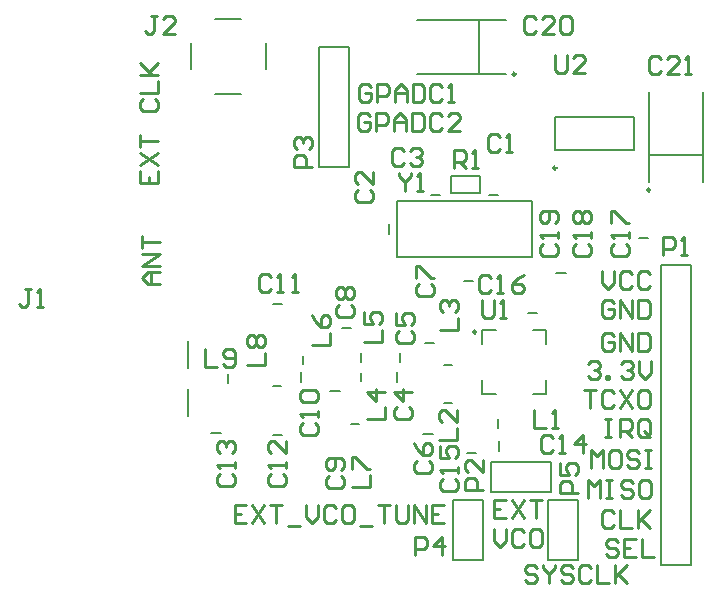
<source format=gto>
G04 Layer_Color=65535*
%FSLAX44Y44*%
%MOMM*%
G71*
G01*
G75*
%ADD25C,0.2540*%
%ADD27C,0.2000*%
%ADD40C,0.2500*%
D25*
X319447Y76403D02*
X309290D01*
Y61168D01*
X319447D01*
X309290Y68786D02*
X314368D01*
X324525Y76403D02*
X334682Y61168D01*
Y76403D02*
X324525Y61168D01*
X339760Y76403D02*
X349917D01*
X344838D01*
Y61168D01*
X309290Y52025D02*
Y41868D01*
X314368Y36790D01*
X319447Y41868D01*
Y52025D01*
X334682Y49486D02*
X332143Y52025D01*
X327064D01*
X324525Y49486D01*
Y39329D01*
X327064Y36790D01*
X332143D01*
X334682Y39329D01*
X347378Y52025D02*
X342299D01*
X339760Y49486D01*
Y39329D01*
X342299Y36790D01*
X347378D01*
X349917Y39329D01*
Y49486D01*
X347378Y52025D01*
X194304Y338657D02*
X191765Y336118D01*
Y331039D01*
X194304Y328500D01*
X204461D01*
X207000Y331039D01*
Y336118D01*
X204461Y338657D01*
X207000Y353892D02*
Y343735D01*
X196843Y353892D01*
X194304D01*
X191765Y351353D01*
Y346274D01*
X194304Y343735D01*
X314157Y383446D02*
X311618Y385985D01*
X306539D01*
X304000Y383446D01*
Y373289D01*
X306539Y370750D01*
X311618D01*
X314157Y373289D01*
X319235Y370750D02*
X324313D01*
X321774D01*
Y385985D01*
X319235Y383446D01*
X204407Y401446D02*
X201868Y403985D01*
X196789D01*
X194250Y401446D01*
Y391289D01*
X196789Y388750D01*
X201868D01*
X204407Y391289D01*
Y396367D01*
X199328D01*
X209485Y388750D02*
Y403985D01*
X217103D01*
X219642Y401446D01*
Y396367D01*
X217103Y393828D01*
X209485D01*
X224720Y388750D02*
Y398907D01*
X229799Y403985D01*
X234877Y398907D01*
Y388750D01*
Y396367D01*
X224720D01*
X239955Y403985D02*
Y388750D01*
X247573D01*
X250112Y391289D01*
Y401446D01*
X247573Y403985D01*
X239955D01*
X265347Y401446D02*
X262808Y403985D01*
X257729D01*
X255190Y401446D01*
Y391289D01*
X257729Y388750D01*
X262808D01*
X265347Y391289D01*
X280582Y388750D02*
X270425D01*
X280582Y398907D01*
Y401446D01*
X278043Y403985D01*
X272965D01*
X270425Y401446D01*
X204657Y425946D02*
X202118Y428485D01*
X197039D01*
X194500Y425946D01*
Y415789D01*
X197039Y413250D01*
X202118D01*
X204657Y415789D01*
Y420868D01*
X199578D01*
X209735Y413250D02*
Y428485D01*
X217353D01*
X219892Y425946D01*
Y420868D01*
X217353Y418328D01*
X209735D01*
X224970Y413250D02*
Y423407D01*
X230049Y428485D01*
X235127Y423407D01*
Y413250D01*
Y420868D01*
X224970D01*
X240205Y428485D02*
Y413250D01*
X247823D01*
X250362Y415789D01*
Y425946D01*
X247823Y428485D01*
X240205D01*
X265597Y425946D02*
X263058Y428485D01*
X257980D01*
X255440Y425946D01*
Y415789D01*
X257980Y413250D01*
X263058D01*
X265597Y415789D01*
X270675Y413250D02*
X275754D01*
X273214D01*
Y428485D01*
X270675Y425946D01*
X99657Y71985D02*
X89500D01*
Y56750D01*
X99657D01*
X89500Y64367D02*
X94578D01*
X104735Y71985D02*
X114892Y56750D01*
Y71985D02*
X104735Y56750D01*
X119970Y71985D02*
X130127D01*
X125049D01*
Y56750D01*
X135205Y54211D02*
X145362D01*
X150440Y71985D02*
Y61828D01*
X155519Y56750D01*
X160597Y61828D01*
Y71985D01*
X175832Y69446D02*
X173293Y71985D01*
X168214D01*
X165675Y69446D01*
Y59289D01*
X168214Y56750D01*
X173293D01*
X175832Y59289D01*
X188528Y71985D02*
X183450D01*
X180910Y69446D01*
Y59289D01*
X183450Y56750D01*
X188528D01*
X191067Y59289D01*
Y69446D01*
X188528Y71985D01*
X196145Y54211D02*
X206302D01*
X211381Y71985D02*
X221537D01*
X216459D01*
Y56750D01*
X226616Y71985D02*
Y59289D01*
X229155Y56750D01*
X234233D01*
X236772Y59289D01*
Y71985D01*
X241851Y56750D02*
Y71985D01*
X252007Y56750D01*
Y71985D01*
X267243D02*
X257086D01*
Y56750D01*
X267243D01*
X257086Y64367D02*
X262164D01*
X345407Y18446D02*
X342868Y20985D01*
X337789D01*
X335250Y18446D01*
Y15907D01*
X337789Y13368D01*
X342868D01*
X345407Y10828D01*
Y8289D01*
X342868Y5750D01*
X337789D01*
X335250Y8289D01*
X350485Y20985D02*
Y18446D01*
X355563Y13368D01*
X360642Y18446D01*
Y20985D01*
X355563Y13368D02*
Y5750D01*
X375877Y18446D02*
X373338Y20985D01*
X368259D01*
X365720Y18446D01*
Y15907D01*
X368259Y13368D01*
X373338D01*
X375877Y10828D01*
Y8289D01*
X373338Y5750D01*
X368259D01*
X365720Y8289D01*
X391112Y18446D02*
X388573Y20985D01*
X383494D01*
X380955Y18446D01*
Y8289D01*
X383494Y5750D01*
X388573D01*
X391112Y8289D01*
X396190Y20985D02*
Y5750D01*
X406347D01*
X411425Y20985D02*
Y5750D01*
Y10828D01*
X421582Y20985D01*
X413965Y13368D01*
X421582Y5750D01*
X413907Y40696D02*
X411367Y43235D01*
X406289D01*
X403750Y40696D01*
Y38157D01*
X406289Y35617D01*
X411367D01*
X413907Y33078D01*
Y30539D01*
X411367Y28000D01*
X406289D01*
X403750Y30539D01*
X429142Y43235D02*
X418985D01*
Y28000D01*
X429142D01*
X418985Y35617D02*
X424063D01*
X434220Y43235D02*
Y28000D01*
X444377D01*
X410657Y65446D02*
X408117Y67985D01*
X403039D01*
X400500Y65446D01*
Y55289D01*
X403039Y52750D01*
X408117D01*
X410657Y55289D01*
X415735Y67985D02*
Y52750D01*
X425892D01*
X430970Y67985D02*
Y52750D01*
Y57828D01*
X441127Y67985D01*
X433509Y60367D01*
X441127Y52750D01*
X389000Y77750D02*
Y92985D01*
X394078Y87907D01*
X399157Y92985D01*
Y77750D01*
X404235Y92985D02*
X409313D01*
X406774D01*
Y77750D01*
X404235D01*
X409313D01*
X427088Y90446D02*
X424548Y92985D01*
X419470D01*
X416931Y90446D01*
Y87907D01*
X419470Y85367D01*
X424548D01*
X427088Y82828D01*
Y80289D01*
X424548Y77750D01*
X419470D01*
X416931Y80289D01*
X439784Y92985D02*
X434705D01*
X432166Y90446D01*
Y80289D01*
X434705Y77750D01*
X439784D01*
X442323Y80289D01*
Y90446D01*
X439784Y92985D01*
X391250Y103500D02*
Y118735D01*
X396328Y113657D01*
X401407Y118735D01*
Y103500D01*
X414103Y118735D02*
X409024D01*
X406485Y116196D01*
Y106039D01*
X409024Y103500D01*
X414103D01*
X416642Y106039D01*
Y116196D01*
X414103Y118735D01*
X431877Y116196D02*
X429338Y118735D01*
X424259D01*
X421720Y116196D01*
Y113657D01*
X424259Y111117D01*
X429338D01*
X431877Y108578D01*
Y106039D01*
X429338Y103500D01*
X424259D01*
X421720Y106039D01*
X436955Y118735D02*
X442034D01*
X439494D01*
Y103500D01*
X436955D01*
X442034D01*
X403250Y144485D02*
X408328D01*
X405789D01*
Y129250D01*
X403250D01*
X408328D01*
X415946D02*
Y144485D01*
X423563D01*
X426103Y141946D01*
Y136868D01*
X423563Y134328D01*
X415946D01*
X421024D02*
X426103Y129250D01*
X441338Y131789D02*
Y141946D01*
X438798Y144485D01*
X433720D01*
X431181Y141946D01*
Y131789D01*
X433720Y129250D01*
X438798D01*
X436259Y134328D02*
X441338Y129250D01*
X438798D02*
X441338Y131789D01*
X385750Y168985D02*
X395907D01*
X390828D01*
Y153750D01*
X411142Y166446D02*
X408603Y168985D01*
X403524D01*
X400985Y166446D01*
Y156289D01*
X403524Y153750D01*
X408603D01*
X411142Y156289D01*
X416220Y168985D02*
X426377Y153750D01*
Y168985D02*
X416220Y153750D01*
X439073Y168985D02*
X433994D01*
X431455Y166446D01*
Y156289D01*
X433994Y153750D01*
X439073D01*
X441612Y156289D01*
Y166446D01*
X439073Y168985D01*
X388750Y191196D02*
X391289Y193735D01*
X396367D01*
X398907Y191196D01*
Y188657D01*
X396367Y186117D01*
X393828D01*
X396367D01*
X398907Y183578D01*
Y181039D01*
X396367Y178500D01*
X391289D01*
X388750Y181039D01*
X403985Y178500D02*
Y181039D01*
X406524D01*
Y178500D01*
X403985D01*
X416681Y191196D02*
X419220Y193735D01*
X424299D01*
X426838Y191196D01*
Y188657D01*
X424299Y186117D01*
X421759D01*
X424299D01*
X426838Y183578D01*
Y181039D01*
X424299Y178500D01*
X419220D01*
X416681Y181039D01*
X431916Y193735D02*
Y183578D01*
X436994Y178500D01*
X442073Y183578D01*
Y193735D01*
X410907Y214946D02*
X408368Y217485D01*
X403289D01*
X400750Y214946D01*
Y204789D01*
X403289Y202250D01*
X408368D01*
X410907Y204789D01*
Y209867D01*
X405828D01*
X415985Y202250D02*
Y217485D01*
X426142Y202250D01*
Y217485D01*
X431220D02*
Y202250D01*
X438838D01*
X441377Y204789D01*
Y214946D01*
X438838Y217485D01*
X431220D01*
X410907Y242696D02*
X408368Y245235D01*
X403289D01*
X400750Y242696D01*
Y232539D01*
X403289Y230000D01*
X408368D01*
X410907Y232539D01*
Y237617D01*
X405828D01*
X415985Y230000D02*
Y245235D01*
X426142Y230000D01*
Y245235D01*
X431220D02*
Y230000D01*
X438838D01*
X441377Y232539D01*
Y242696D01*
X438838Y245235D01*
X431220D01*
X400750Y270485D02*
Y260328D01*
X405828Y255250D01*
X410907Y260328D01*
Y270485D01*
X426142Y267946D02*
X423603Y270485D01*
X418524D01*
X415985Y267946D01*
Y257789D01*
X418524Y255250D01*
X423603D01*
X426142Y257789D01*
X441377Y267946D02*
X438838Y270485D01*
X433759D01*
X431220Y267946D01*
Y257789D01*
X433759Y255250D01*
X438838D01*
X441377Y257789D01*
X9765Y354907D02*
Y344750D01*
X25000D01*
Y354907D01*
X17383Y344750D02*
Y349828D01*
X9765Y359985D02*
X25000Y370142D01*
X9765D02*
X25000Y359985D01*
X9765Y375220D02*
Y385377D01*
Y380299D01*
X25000D01*
X12304Y415847D02*
X9765Y413308D01*
Y408229D01*
X12304Y405690D01*
X22461D01*
X25000Y408229D01*
Y413308D01*
X22461Y415847D01*
X9765Y420925D02*
X25000D01*
Y431082D01*
X9765Y436160D02*
X25000D01*
X19922D01*
X9765Y446317D01*
X17383Y438700D01*
X25000Y446317D01*
X26000Y259500D02*
X15843D01*
X10765Y264578D01*
X15843Y269657D01*
X26000D01*
X18383D01*
Y259500D01*
X26000Y274735D02*
X10765D01*
X26000Y284892D01*
X10765D01*
Y289970D02*
Y300127D01*
Y295049D01*
X26000D01*
X378804Y292907D02*
X376265Y290368D01*
Y285289D01*
X378804Y282750D01*
X388961D01*
X391500Y285289D01*
Y290368D01*
X388961Y292907D01*
X391500Y297985D02*
Y303064D01*
Y300524D01*
X376265D01*
X378804Y297985D01*
Y310681D02*
X376265Y313220D01*
Y318298D01*
X378804Y320838D01*
X381343D01*
X383882Y318298D01*
X386422Y320838D01*
X388961D01*
X391500Y318298D01*
Y313220D01*
X388961Y310681D01*
X386422D01*
X383882Y313220D01*
X381343Y310681D01*
X378804D01*
X383882Y313220D02*
Y318298D01*
X410804Y292657D02*
X408265Y290117D01*
Y285039D01*
X410804Y282500D01*
X420961D01*
X423500Y285039D01*
Y290117D01*
X420961Y292657D01*
X423500Y297735D02*
Y302813D01*
Y300274D01*
X408265D01*
X410804Y297735D01*
X408265Y310431D02*
Y320588D01*
X410804D01*
X420961Y310431D01*
X423500D01*
X380500Y81750D02*
X365265D01*
Y89368D01*
X367804Y91907D01*
X372882D01*
X375422Y89368D01*
Y81750D01*
X365265Y107142D02*
Y96985D01*
X372882D01*
X370343Y102063D01*
Y104603D01*
X372882Y107142D01*
X377961D01*
X380500Y104603D01*
Y99524D01*
X377961Y96985D01*
X23907Y485985D02*
X18828D01*
X21367D01*
Y473289D01*
X18828Y470750D01*
X16289D01*
X13750Y473289D01*
X39142Y470750D02*
X28985D01*
X39142Y480907D01*
Y483446D01*
X36603Y485985D01*
X31524D01*
X28985Y483446D01*
X155000Y357750D02*
X139765D01*
Y365368D01*
X142304Y367907D01*
X147382D01*
X149922Y365368D01*
Y357750D01*
X142304Y372985D02*
X139765Y375524D01*
Y380603D01*
X142304Y383142D01*
X144843D01*
X147382Y380603D01*
Y378063D01*
Y380603D01*
X149922Y383142D01*
X152461D01*
X155000Y380603D01*
Y375524D01*
X152461Y372985D01*
X229046Y353139D02*
Y350600D01*
X234124Y345522D01*
X239203Y350600D01*
Y353139D01*
X234124Y345522D02*
Y337904D01*
X244281D02*
X249359D01*
X246820D01*
Y353139D01*
X244281Y350600D01*
X360468Y452793D02*
Y440097D01*
X363007Y437558D01*
X368086D01*
X370625Y440097D01*
Y452793D01*
X385860Y437558D02*
X375703D01*
X385860Y447715D01*
Y450254D01*
X383321Y452793D01*
X378242D01*
X375703Y450254D01*
X299000Y245485D02*
Y232789D01*
X301539Y230250D01*
X306618D01*
X309157Y232789D01*
Y245485D01*
X314235Y230250D02*
X319313D01*
X316774D01*
Y245485D01*
X314235Y242946D01*
X275250Y357000D02*
Y372235D01*
X282868D01*
X285407Y369696D01*
Y364618D01*
X282868Y362078D01*
X275250D01*
X280328D02*
X285407Y357000D01*
X290485D02*
X295563D01*
X293024D01*
Y372235D01*
X290485Y369696D01*
X242250Y29250D02*
Y44485D01*
X249867D01*
X252407Y41946D01*
Y36867D01*
X249867Y34328D01*
X242250D01*
X265103Y29250D02*
Y44485D01*
X257485Y36867D01*
X267642D01*
X300250Y85000D02*
X285015D01*
Y92618D01*
X287554Y95157D01*
X292633D01*
X295172Y92618D01*
Y85000D01*
X300250Y110392D02*
Y100235D01*
X290093Y110392D01*
X287554D01*
X285015Y107853D01*
Y102774D01*
X287554Y100235D01*
X452074Y283986D02*
Y299221D01*
X459692D01*
X462231Y296682D01*
Y291604D01*
X459692Y289064D01*
X452074D01*
X467309Y283986D02*
X472387D01*
X469848D01*
Y299221D01*
X467309Y296682D01*
X64730Y204395D02*
Y189160D01*
X74887D01*
X79965Y191699D02*
X82504Y189160D01*
X87583D01*
X90122Y191699D01*
Y201856D01*
X87583Y204395D01*
X82504D01*
X79965Y201856D01*
Y199317D01*
X82504Y196777D01*
X90122D01*
X100335Y190500D02*
X115570D01*
Y200657D01*
X102874Y205735D02*
X100335Y208274D01*
Y213353D01*
X102874Y215892D01*
X105413D01*
X107952Y213353D01*
X110492Y215892D01*
X113031D01*
X115570Y213353D01*
Y208274D01*
X113031Y205735D01*
X110492D01*
X107952Y208274D01*
X105413Y205735D01*
X102874D01*
X107952Y208274D02*
Y213353D01*
X189015Y87000D02*
X204250D01*
Y97157D01*
X189015Y102235D02*
Y112392D01*
X191554D01*
X201711Y102235D01*
X204250D01*
X154905Y207700D02*
X170140D01*
Y217857D01*
X154905Y233092D02*
X157444Y228013D01*
X162523Y222935D01*
X167601D01*
X170140Y225474D01*
Y230553D01*
X167601Y233092D01*
X165062D01*
X162523Y230553D01*
Y222935D01*
X199015Y210250D02*
X214250D01*
Y220407D01*
X199015Y235642D02*
Y225485D01*
X206632D01*
X204093Y230563D01*
Y233103D01*
X206632Y235642D01*
X211711D01*
X214250Y233103D01*
Y228024D01*
X211711Y225485D01*
X201935Y144780D02*
X217170D01*
Y154937D01*
Y167633D02*
X201935D01*
X209552Y160015D01*
Y170172D01*
X263765Y220500D02*
X279000D01*
Y230657D01*
X266304Y235735D02*
X263765Y238274D01*
Y243353D01*
X266304Y245892D01*
X268843D01*
X271383Y243353D01*
Y240813D01*
Y243353D01*
X273922Y245892D01*
X276461D01*
X279000Y243353D01*
Y238274D01*
X276461Y235735D01*
X262895Y127000D02*
X278130D01*
Y137157D01*
Y152392D02*
Y142235D01*
X267973Y152392D01*
X265434D01*
X262895Y149853D01*
Y144774D01*
X265434Y142235D01*
X343070Y152015D02*
Y136780D01*
X353227D01*
X358305D02*
X363383D01*
X360844D01*
Y152015D01*
X358305Y149476D01*
X-83069Y254687D02*
X-88148D01*
X-85609D01*
Y241991D01*
X-88148Y239452D01*
X-90687D01*
X-93226Y241991D01*
X-77991Y239452D02*
X-72913D01*
X-75452D01*
Y254687D01*
X-77991Y252148D01*
X450420Y449667D02*
X447881Y452206D01*
X442802D01*
X440263Y449667D01*
Y439510D01*
X442802Y436971D01*
X447881D01*
X450420Y439510D01*
X465655Y436971D02*
X455498D01*
X465655Y447128D01*
Y449667D01*
X463116Y452206D01*
X458037D01*
X455498Y449667D01*
X470733Y436971D02*
X475812D01*
X473272D01*
Y452206D01*
X470733Y449667D01*
X344657Y483196D02*
X342118Y485735D01*
X337039D01*
X334500Y483196D01*
Y473039D01*
X337039Y470500D01*
X342118D01*
X344657Y473039D01*
X359892Y470500D02*
X349735D01*
X359892Y480657D01*
Y483196D01*
X357353Y485735D01*
X352274D01*
X349735Y483196D01*
X364970D02*
X367509Y485735D01*
X372588D01*
X375127Y483196D01*
Y473039D01*
X372588Y470500D01*
X367509D01*
X364970Y473039D01*
Y483196D01*
X350554Y293157D02*
X348015Y290618D01*
Y285539D01*
X350554Y283000D01*
X360711D01*
X363250Y285539D01*
Y290618D01*
X360711Y293157D01*
X363250Y298235D02*
Y303313D01*
Y300774D01*
X348015D01*
X350554Y298235D01*
X360711Y310931D02*
X363250Y313470D01*
Y318549D01*
X360711Y321088D01*
X350554D01*
X348015Y318549D01*
Y313470D01*
X350554Y310931D01*
X353093D01*
X355633Y313470D01*
Y321088D01*
X306657Y263946D02*
X304118Y266485D01*
X299039D01*
X296500Y263946D01*
Y253789D01*
X299039Y251250D01*
X304118D01*
X306657Y253789D01*
X311735Y251250D02*
X316813D01*
X314274D01*
Y266485D01*
X311735Y263946D01*
X334588Y266485D02*
X329509Y263946D01*
X324431Y258867D01*
Y253789D01*
X326970Y251250D01*
X332048D01*
X334588Y253789D01*
Y256328D01*
X332048Y258867D01*
X324431D01*
X266304Y93657D02*
X263765Y91117D01*
Y86039D01*
X266304Y83500D01*
X276461D01*
X279000Y86039D01*
Y91117D01*
X276461Y93657D01*
X279000Y98735D02*
Y103813D01*
Y101274D01*
X263765D01*
X266304Y98735D01*
X263765Y121588D02*
Y111431D01*
X271383D01*
X268843Y116509D01*
Y119049D01*
X271383Y121588D01*
X276461D01*
X279000Y119049D01*
Y113970D01*
X276461Y111431D01*
X359407Y128446D02*
X356867Y130985D01*
X351789D01*
X349250Y128446D01*
Y118289D01*
X351789Y115750D01*
X356867D01*
X359407Y118289D01*
X364485Y115750D02*
X369563D01*
X367024D01*
Y130985D01*
X364485Y128446D01*
X384799Y115750D02*
Y130985D01*
X377181Y123368D01*
X387338D01*
X76804Y98407D02*
X74265Y95868D01*
Y90789D01*
X76804Y88250D01*
X86961D01*
X89500Y90789D01*
Y95868D01*
X86961Y98407D01*
X89500Y103485D02*
Y108563D01*
Y106024D01*
X74265D01*
X76804Y103485D01*
Y116181D02*
X74265Y118720D01*
Y123799D01*
X76804Y126338D01*
X79343D01*
X81882Y123799D01*
Y121259D01*
Y123799D01*
X84422Y126338D01*
X86961D01*
X89500Y123799D01*
Y118720D01*
X86961Y116181D01*
X120554Y98157D02*
X118015Y95618D01*
Y90539D01*
X120554Y88000D01*
X130711D01*
X133250Y90539D01*
Y95618D01*
X130711Y98157D01*
X133250Y103235D02*
Y108313D01*
Y105774D01*
X118015D01*
X120554Y103235D01*
X133250Y126088D02*
Y115931D01*
X123093Y126088D01*
X120554D01*
X118015Y123548D01*
Y118470D01*
X120554Y115931D01*
X120647Y265426D02*
X118108Y267965D01*
X113029D01*
X110490Y265426D01*
Y255269D01*
X113029Y252730D01*
X118108D01*
X120647Y255269D01*
X125725Y252730D02*
X130803D01*
X128264D01*
Y267965D01*
X125725Y265426D01*
X138421Y252730D02*
X143499D01*
X140960D01*
Y267965D01*
X138421Y265426D01*
X147304Y141157D02*
X144765Y138617D01*
Y133539D01*
X147304Y131000D01*
X157461D01*
X160000Y133539D01*
Y138617D01*
X157461Y141157D01*
X160000Y146235D02*
Y151313D01*
Y148774D01*
X144765D01*
X147304Y146235D01*
Y158931D02*
X144765Y161470D01*
Y166549D01*
X147304Y169088D01*
X157461D01*
X160000Y166549D01*
Y161470D01*
X157461Y158931D01*
X147304D01*
X169804Y96907D02*
X167265Y94368D01*
Y89289D01*
X169804Y86750D01*
X179961D01*
X182500Y89289D01*
Y94368D01*
X179961Y96907D01*
Y101985D02*
X182500Y104524D01*
Y109603D01*
X179961Y112142D01*
X169804D01*
X167265Y109603D01*
Y104524D01*
X169804Y101985D01*
X172343D01*
X174883Y104524D01*
Y112142D01*
X177804Y241297D02*
X175265Y238757D01*
Y233679D01*
X177804Y231140D01*
X187961D01*
X190500Y233679D01*
Y238757D01*
X187961Y241297D01*
X177804Y246375D02*
X175265Y248914D01*
Y253993D01*
X177804Y256532D01*
X180343D01*
X182882Y253993D01*
X185422Y256532D01*
X187961D01*
X190500Y253993D01*
Y248914D01*
X187961Y246375D01*
X185422D01*
X182882Y248914D01*
X180343Y246375D01*
X177804D01*
X182882Y248914D02*
Y253993D01*
X246054Y258907D02*
X243515Y256367D01*
Y251289D01*
X246054Y248750D01*
X256211D01*
X258750Y251289D01*
Y256367D01*
X256211Y258907D01*
X243515Y263985D02*
Y274142D01*
X246054D01*
X256211Y263985D01*
X258750D01*
X244054Y109657D02*
X241515Y107118D01*
Y102039D01*
X244054Y99500D01*
X254211D01*
X256750Y102039D01*
Y107118D01*
X254211Y109657D01*
X241515Y124892D02*
X244054Y119813D01*
X249132Y114735D01*
X254211D01*
X256750Y117274D01*
Y122353D01*
X254211Y124892D01*
X251672D01*
X249132Y122353D01*
Y114735D01*
X228804Y219657D02*
X226265Y217118D01*
Y212039D01*
X228804Y209500D01*
X238961D01*
X241500Y212039D01*
Y217118D01*
X238961Y219657D01*
X226265Y234892D02*
Y224735D01*
X233883D01*
X231343Y229813D01*
Y232353D01*
X233883Y234892D01*
X238961D01*
X241500Y232353D01*
Y227274D01*
X238961Y224735D01*
X226804Y155157D02*
X224265Y152618D01*
Y147539D01*
X226804Y145000D01*
X236961D01*
X239500Y147539D01*
Y152618D01*
X236961Y155157D01*
X239500Y167853D02*
X224265D01*
X231882Y160235D01*
Y170392D01*
X232907Y371946D02*
X230368Y374485D01*
X225289D01*
X222750Y371946D01*
Y361789D01*
X225289Y359250D01*
X230368D01*
X232907Y361789D01*
X237985Y371946D02*
X240524Y374485D01*
X245603D01*
X248142Y371946D01*
Y369407D01*
X245603Y366867D01*
X243063D01*
X245603D01*
X248142Y364328D01*
Y361789D01*
X245603Y359250D01*
X240524D01*
X237985Y361789D01*
D27*
X220500Y301500D02*
Y309500D01*
X305000Y334750D02*
X313000D01*
X160800Y357800D02*
X186200D01*
X160800D02*
Y459400D01*
X186200Y357800D02*
Y459400D01*
X160800D02*
X186200D01*
X362000Y268250D02*
X370000D01*
X432000Y298000D02*
X440000D01*
X354800Y25800D02*
X380200D01*
X354800D02*
Y76600D01*
X380200D01*
Y25800D02*
Y76600D01*
X73250Y483750D02*
X95250D01*
X116000Y440998D02*
Y462998D01*
X73248Y420248D02*
X95248D01*
X52498Y441000D02*
Y463000D01*
X286000Y116000D02*
X294000D01*
X337630Y234460D02*
X345630D01*
X296750Y436750D02*
Y482750D01*
X319750Y436750D02*
Y437250D01*
Y482250D02*
Y482750D01*
X243750Y436750D02*
X319750D01*
X243750Y482750D02*
X319750D01*
X243750Y482250D02*
Y482750D01*
Y436750D02*
Y437250D01*
X313200Y117920D02*
Y125920D01*
X249500Y131750D02*
X257500D01*
X267010Y158720D02*
X274010D01*
X83750Y175500D02*
Y182500D01*
X146210Y176340D02*
Y184340D01*
X196850Y176840D02*
Y183840D01*
X229380Y192850D02*
Y200850D01*
X196820Y193350D02*
Y200350D01*
X180150Y221470D02*
X188150D01*
X122230Y172690D02*
X129230D01*
X147250Y191500D02*
Y198500D01*
X170640Y168130D02*
X178640D01*
X188270Y140940D02*
X195270D01*
X227490Y176340D02*
Y184340D01*
X121730Y241790D02*
X129730D01*
X121730Y131590D02*
X129730D01*
X69660Y132860D02*
X77660D01*
X312750Y137500D02*
Y144500D01*
X227500Y282250D02*
Y329250D01*
X227500D02*
X341500D01*
Y282250D02*
Y329250D01*
X227500Y282250D02*
X341500D01*
X50500Y188000D02*
Y210500D01*
Y147500D02*
Y170000D01*
X475950Y21350D02*
Y256300D01*
Y275350D01*
X450550D02*
X475950D01*
X450550Y21350D02*
Y275350D01*
Y21350D02*
X475950D01*
X360750Y372250D02*
X427750D01*
X360750Y400250D02*
X427750D01*
X360750Y372250D02*
Y400250D01*
X427750Y372250D02*
Y400250D01*
X440250Y368250D02*
X486250D01*
X440250Y345250D02*
X440750D01*
X485750D02*
X486250D01*
X440250D02*
Y421250D01*
X486250Y345250D02*
Y421250D01*
X485750D02*
X486250D01*
X440250D02*
X440750D01*
X267010Y190470D02*
X274010D01*
X250750Y209250D02*
X258750D01*
X299390Y208540D02*
Y220040D01*
X310890D01*
X341890D02*
X353390D01*
Y208540D02*
Y220040D01*
Y166040D02*
Y177540D01*
X341890Y166040D02*
X353390D01*
X299390D02*
Y177540D01*
Y166040D02*
X310890D01*
X283500Y262000D02*
X291500D01*
X273000Y336500D02*
Y338000D01*
Y336500D02*
X297000D01*
Y350500D01*
X273000D02*
X297000D01*
X273000Y338000D02*
Y350500D01*
X255750Y334750D02*
X263750D01*
X357450Y82800D02*
Y108200D01*
X306650Y82800D02*
X357450D01*
X306650D02*
Y108200D01*
X357450D01*
X274800Y25800D02*
X300200D01*
X274800D02*
Y76600D01*
X300200D01*
Y25800D02*
Y76600D01*
D40*
X327500Y436750D02*
G03*
X327500Y436750I-1250J0D01*
G01*
X362000Y357250D02*
G03*
X362000Y357250I-1250J0D01*
G01*
X441500Y338750D02*
G03*
X441500Y338750I-1250J0D01*
G01*
X294140Y218540D02*
G03*
X294140Y218540I-1250J0D01*
G01*
M02*

</source>
